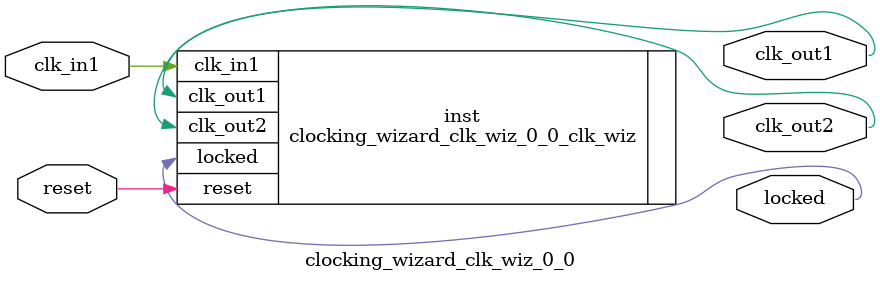
<source format=v>


`timescale 1ps/1ps

(* CORE_GENERATION_INFO = "clocking_wizard_clk_wiz_0_0,clk_wiz_v6_0_14_0_0,{component_name=clocking_wizard_clk_wiz_0_0,use_phase_alignment=true,use_min_o_jitter=false,use_max_i_jitter=false,use_dyn_phase_shift=false,use_inclk_switchover=false,use_dyn_reconfig=false,enable_axi=0,feedback_source=FDBK_AUTO,PRIMITIVE=MMCM,num_out_clk=2,clkin1_period=83.333,clkin2_period=10.0,use_power_down=false,use_reset=true,use_locked=true,use_inclk_stopped=false,feedback_type=SINGLE,CLOCK_MGR_TYPE=NA,manual_override=false}" *)

module clocking_wizard_clk_wiz_0_0 
 (
  // Clock out ports
  output        clk_out1,
  output        clk_out2,
  // Status and control signals
  input         reset,
  output        locked,
 // Clock in ports
  input         clk_in1
 );

  clocking_wizard_clk_wiz_0_0_clk_wiz inst
  (
  // Clock out ports  
  .clk_out1(clk_out1),
  .clk_out2(clk_out2),
  // Status and control signals               
  .reset(reset), 
  .locked(locked),
 // Clock in ports
  .clk_in1(clk_in1)
  );

endmodule

</source>
